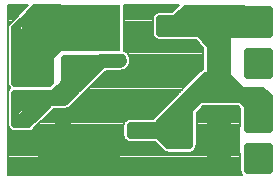
<source format=gtl>
G04 DipTrace Beta 2.3.5.2*
%INBuckYeah.GTL*%
%MOIN*%
%ADD14C,0.027*%
%ADD16C,0.045*%
%ADD21C,0.007*%
%ADD31R,0.2756X0.1575*%
%ADD33R,0.0827X0.1693*%
%FSLAX44Y44*%
G04*
G70*
G90*
G75*
G01*
%LNTop*%
%LPD*%
X6110Y5700D2*
D14*
X6400D1*
X6690D2*
X6400D1*
X7213Y4226D2*
Y4887D1*
X6775Y5325D1*
X6650Y5450D1*
X6400Y5700D1*
X5250Y5125D2*
Y4900D1*
Y5350D1*
Y4900D2*
X5600D1*
X6400Y5700D1*
X5250Y5350D2*
X5760D1*
X6110Y5700D1*
X5250Y5125D2*
X5535D1*
X6110Y5700D1*
X5250Y5125D2*
Y5350D1*
X6690Y5700D2*
X6697D1*
X7147Y5250D1*
X7325Y5072D1*
Y4338D1*
X7213Y4226D1*
X5250Y5350D2*
X6400Y5325D1*
X6775D1*
X6400Y5700D2*
Y5325D1*
X8525Y5650D2*
X8175D1*
X8875D2*
X8525D1*
X8175Y5250D2*
X8525D1*
X8875D2*
X8525D1*
X8875Y4875D2*
X8525D1*
X8175D2*
X8525D1*
X8175D2*
Y5250D1*
Y5650D2*
Y5250D1*
X8525Y5650D2*
Y5450D1*
Y5250D1*
Y4875D2*
Y5250D1*
X8875Y4875D2*
Y5650D1*
Y5600D1*
X8525Y5250D1*
X8175Y5650D2*
Y5600D1*
X8525Y5250D1*
X8175Y4875D2*
X8329Y5029D1*
X8304D1*
X8525Y5250D1*
X8875Y4875D2*
Y4900D1*
X8525Y5250D1*
X6690Y5700D2*
X8025D1*
X8075Y5650D1*
X8175D1*
Y5250D2*
X7147D1*
X8175Y4875D2*
X7522D1*
X7325Y5072D1*
X6650Y5450D2*
X8525D1*
X7213Y4226D2*
Y4808D1*
X7401Y4996D1*
X7325Y5072D1*
X7368Y5029D1*
X8304D1*
X6800Y2950D2*
X6450D1*
X6275D1*
Y2700D1*
X6600D1*
X6950D2*
X6600D1*
X6950D2*
Y2800D1*
X7275Y3125D1*
Y3380D1*
Y4288D1*
X7213Y4226D1*
X6800Y2950D2*
X7025Y3175D1*
Y3408D1*
Y4038D1*
X7213Y4226D1*
X6600Y2700D2*
X7175D1*
X7475Y3000D1*
Y3156D1*
Y3220D1*
Y3965D1*
X7213Y4226D1*
X3275Y4050D2*
X3625D1*
X4000D1*
X425Y2637D2*
X775D1*
X1125D2*
X775D1*
X425Y2237D2*
Y2637D1*
Y1862D2*
Y2237D1*
X775Y1862D2*
X425D1*
X775D2*
Y2237D1*
X1125Y2637D2*
Y2237D1*
X775D1*
X425Y1862D2*
Y1887D1*
X775Y2237D1*
Y2637D1*
X425Y2237D2*
Y2257D1*
X806Y2637D1*
X775D1*
Y2237D2*
Y2287D1*
X1125Y2637D1*
X1362D1*
D16*
X1425Y2700D1*
X1598D1*
X1700D1*
X2050D1*
X2430Y3080D1*
X2574Y3224D1*
X2715Y3365D1*
X3325Y3975D1*
X3925D1*
D14*
X4000Y4050D1*
X1125Y2237D2*
X1237D1*
X1700Y2700D1*
X775Y1862D2*
Y1887D1*
X1125Y2237D1*
X1237D2*
X862Y1862D1*
X775D1*
X2075Y3375D2*
Y3700D1*
Y4025D1*
X5525Y1150D2*
X5875D1*
X6225D1*
Y2325D1*
X6600Y2700D1*
X5875Y1150D2*
Y1225D1*
X6025Y1375D1*
Y2450D1*
X6275Y2700D1*
X5525Y1150D2*
Y1175D1*
X5727Y1377D1*
X5825Y1475D1*
Y1832D1*
Y2500D1*
X6275Y2950D1*
X8875Y2475D2*
X8525D1*
X8175D2*
X8525D1*
X8175Y2075D2*
Y2475D1*
Y1700D2*
Y2075D1*
Y1700D2*
X8525D1*
X8875D1*
Y2075D1*
Y2475D1*
X8525D2*
Y2075D1*
Y1700D2*
Y2075D1*
X8875Y1700D2*
Y1775D1*
X8175Y2475D1*
Y1700D2*
Y1775D1*
X8875Y2475D1*
X8175Y2075D2*
X8875D1*
X6950Y2700D2*
X7950D1*
X8175Y2475D1*
X6800Y2950D2*
X7873D1*
X7986D1*
X8046D1*
X8250D1*
X8475Y2725D1*
Y2525D1*
X8525Y2475D1*
X7475Y3220D2*
X7602D1*
X7873Y2950D1*
X8875Y2475D2*
Y2750D1*
X8650Y2975D1*
X8477D1*
X7656D1*
X7475Y3156D1*
X8477Y2975D2*
Y2898D1*
X8675Y2700D1*
Y2675D1*
X8875Y2475D1*
X8525D2*
X8521D1*
X8046Y2950D1*
X6450D2*
X6567D1*
X7025Y3408D1*
X7213Y4226D2*
Y3723D1*
X7986Y2950D1*
X6275D2*
X6800Y3475D1*
X7180D1*
X7275Y3380D1*
X6275Y2700D2*
X6550D1*
X6800Y2950D1*
X6950Y2700D2*
X6700D1*
X6450Y2950D1*
X2075Y4025D2*
X3250D1*
X3275Y4050D1*
X2075Y3375D2*
X2050Y3195D1*
Y2700D1*
X2075Y4025D2*
Y4004D1*
X2715Y3365D1*
X2075Y3700D2*
X2099D1*
X2574Y3224D1*
X2075Y3375D2*
X2135D1*
X2430Y3080D1*
X2075Y3700D2*
X2675D1*
X2825Y3850D1*
X2250D1*
X2075Y4025D1*
X1700Y2700D2*
Y2844D1*
X2050Y3195D1*
X5250Y4900D2*
X6540D1*
X7213Y4226D1*
X5250Y5125D2*
X6800D1*
Y4640D1*
X7213Y4226D1*
X425Y2637D2*
Y2875D1*
X1423D1*
X1598Y2700D1*
X1423Y2875D2*
X1875D1*
X2050Y2700D1*
X7213Y4226D2*
Y4346D1*
X6660Y4900D1*
X6540D1*
X4270Y1790D2*
Y1500D1*
X4578D1*
X4749D1*
X5029D1*
X5175D1*
X5275Y1400D1*
X5525Y1150D1*
X4270Y1790D2*
X4580D1*
X4771D1*
X5067D1*
X5235D1*
X5555Y1470D1*
X5875Y1150D1*
X5275Y1400D2*
Y1583D1*
X5067Y1790D1*
X5029Y1500D2*
Y1532D1*
X4771Y1790D1*
X4749Y1500D2*
Y1621D1*
X4580Y1790D1*
X4578Y1500D2*
X4560D1*
X4270Y1790D1*
X5235D2*
Y1910D1*
X5421Y2096D1*
X5552Y2227D1*
X5825Y2500D1*
X5235Y1790D2*
X5654D1*
X5727D1*
X5783D1*
X5825Y1832D1*
X5727Y1377D2*
Y2052D1*
X5552Y2227D1*
X5421Y2096D2*
Y2023D1*
X5654Y1790D1*
X5555Y1470D2*
Y1617D1*
X5727Y1790D1*
X8175Y325D2*
Y700D1*
Y1100D1*
X8525D1*
X8875D2*
X8525D1*
X8875D2*
Y700D1*
Y325D2*
Y700D1*
Y325D2*
X8525D1*
X8175D2*
X8525D1*
X8175D2*
Y400D1*
X8875Y1100D1*
X8175D2*
Y1025D1*
X8875Y325D1*
X8175Y700D2*
X8875D1*
X8525Y1100D2*
Y325D1*
X8175Y3500D2*
X8875D1*
Y4275D1*
X8236D1*
X8175D1*
Y3500D1*
Y3875D2*
X8875D1*
Y3500D2*
Y3636D1*
X8236Y4275D1*
X8175Y3500D2*
Y3575D1*
X8875Y4275D1*
X8525D2*
Y3500D1*
X8875D2*
D3*
X8525D2*
Y3525D1*
X8875Y3875D1*
X1575Y3250D2*
Y3600D1*
Y3900D1*
Y4025D1*
X1525D1*
X2550Y5050D1*
X425Y4012D2*
X775D1*
X1125D2*
X896D1*
X775D1*
X425Y3612D2*
X441D1*
X732D1*
X775D1*
X1125D1*
X425Y3237D2*
X775D1*
X1125D1*
X1562D1*
X1575Y3250D1*
X425Y3612D2*
X775D1*
X1125D2*
X1563D1*
X1575Y3600D1*
X1125Y4012D2*
X1451D1*
X1507Y3957D1*
X1575Y4025D1*
X425Y4012D2*
Y3612D1*
Y3237D2*
Y3612D1*
X775Y3237D2*
Y3612D1*
Y4012D1*
X1125Y3612D2*
Y4012D1*
Y3237D2*
Y3612D1*
Y3237D2*
X1212D1*
X1575Y3600D1*
X775Y3237D2*
Y3262D1*
X1125Y3612D1*
X425Y3237D2*
Y3305D1*
X732Y3612D1*
X441D2*
Y3679D1*
X577Y3815D1*
X775Y4012D1*
Y3612D2*
Y3662D1*
X1125Y4012D1*
Y3612D2*
X1162D1*
X1575Y4025D1*
X1125Y3612D2*
X1287D1*
X1575Y3900D1*
X1125Y3237D2*
Y3450D1*
X1575Y3900D1*
X425Y4012D2*
Y4650D1*
X553Y4778D1*
X775Y5000D1*
X957D1*
X1202D1*
X2500D1*
X2550Y5050D1*
X775Y4012D2*
Y4500D1*
X925Y4650D1*
X2150D1*
X2550Y5050D1*
X1125Y4012D2*
Y4350D1*
X1405D1*
X1460D1*
X1850D1*
X2550Y5050D1*
X775Y3617D2*
X577Y3815D1*
X553Y4778D2*
Y4235D1*
X775Y4012D1*
X925Y4650D2*
X800D1*
X725Y4725D1*
X927D1*
X1202Y5000D1*
X775D2*
X1025Y4750D1*
X925Y4650D1*
X896Y4012D2*
Y4235D1*
X1125Y4465D1*
Y4350D1*
X1175Y4400D1*
X925Y4650D1*
X1507Y3957D2*
Y4249D1*
X1405Y4350D1*
X1125Y4012D2*
Y4015D1*
X1460Y4350D1*
X775Y5000D2*
Y5200D1*
Y5400D1*
X1100Y5725D1*
X1875D1*
X2550Y5050D1*
X425Y4650D2*
X500Y4725D1*
Y5125D1*
X775Y5400D1*
X425Y4012D2*
Y5050D1*
X500Y5125D1*
X957Y5000D2*
Y5082D1*
X1100Y5225D1*
X2375D1*
X2550Y5050D1*
X1600D1*
X1113Y5537D1*
X775Y5200D1*
X1900Y2250D2*
X2140D1*
Y2240D1*
X1890Y1940D2*
Y2250D1*
X1900D1*
X2160Y1950D2*
Y2240D1*
X2140D1*
X1890Y1940D2*
X2160D1*
Y1950D1*
X1890Y1940D2*
X2140Y2190D1*
Y2240D1*
X3450Y2600D2*
X3800D1*
X4150D1*
X4500D1*
X4850D1*
X5200D1*
X4150D3*
X3450D3*
X3800D3*
X6110Y5700D3*
X6400D3*
X6690D3*
X4150D3*
X4450D3*
X4750D3*
X5050D3*
X2075Y4025D3*
X4500Y2600D3*
X4850D3*
X1900Y2250D3*
X2140Y2240D3*
X1890Y1940D3*
X2160Y1950D3*
X1575Y3250D3*
Y3600D3*
X2075Y3700D3*
X1575Y4025D3*
X775Y3612D3*
X425Y4012D3*
Y3612D3*
Y3237D3*
X775D3*
X1125D3*
Y3612D3*
Y4012D3*
X775D3*
X6800Y2950D3*
X6450D3*
X6275Y2700D3*
X6600D3*
X6950D3*
X3275Y4050D3*
X3625D3*
X4000D3*
X2075Y3375D3*
X775Y2237D3*
X425Y2637D3*
Y2237D3*
Y1862D3*
X775D3*
X8525Y700D3*
X1125Y2237D3*
Y2637D3*
X775D3*
X8175Y1100D3*
Y700D3*
Y325D3*
X8525D3*
X8875D3*
Y700D3*
Y1100D3*
X8525D3*
Y2075D3*
X8175Y2475D3*
Y2075D3*
Y1700D3*
X8525D3*
X8875D3*
Y2075D3*
Y2475D3*
X8525D3*
Y3875D3*
X8175Y4275D3*
Y3875D3*
Y3500D3*
X8525D3*
X8875D3*
Y3875D3*
Y4275D3*
X8525D3*
Y5250D3*
X8175Y5650D3*
Y5250D3*
Y4875D3*
X8525D3*
X8875D3*
Y5250D3*
Y5650D3*
X8525D3*
X5250Y5350D3*
X5200Y2600D3*
X5250Y4900D3*
Y5125D3*
X5525Y1150D3*
X5875D3*
X6225D3*
X4270Y1790D3*
Y1500D3*
X182Y5756D2*
D21*
X781D1*
X4042D2*
X5817D1*
X182Y5688D2*
X712D1*
X4042D2*
X5748D1*
X182Y5619D2*
X643D1*
X4042D2*
X5679D1*
X182Y5550D2*
X575D1*
X4042D2*
X5106D1*
X182Y5482D2*
X507D1*
X4042D2*
X5039D1*
X182Y5413D2*
X438D1*
X4042D2*
X5008D1*
X182Y5344D2*
X369D1*
X4042D2*
X5001D1*
X182Y5275D2*
X300D1*
X4042D2*
X5001D1*
X182Y5207D2*
X233D1*
X4042D2*
X5001D1*
X4042Y5138D2*
X5001D1*
X4042Y5069D2*
X5001D1*
X4042Y5001D2*
X5001D1*
X4042Y4932D2*
X5001D1*
X4042Y4863D2*
X5003D1*
X4042Y4795D2*
X5025D1*
X4042Y4726D2*
X5074D1*
X4042Y4657D2*
X6432D1*
X4042Y4589D2*
X6500D1*
X4042Y4520D2*
X6569D1*
X4042Y4451D2*
X6638D1*
X4042Y4383D2*
X6685D1*
X4042Y4314D2*
X6685D1*
X4151Y4245D2*
X6685D1*
X4214Y4176D2*
X6685D1*
X4243Y4108D2*
X6685D1*
X4259Y4039D2*
X6685D1*
X4264Y3970D2*
X6685D1*
X4257Y3902D2*
X6685D1*
X4233Y3833D2*
X6685D1*
X4189Y3764D2*
X6685D1*
X4112Y3696D2*
X6685D1*
X3454Y3627D2*
X6602D1*
X3386Y3558D2*
X6533D1*
X3317Y3490D2*
X6464D1*
X3248Y3421D2*
X6395D1*
X3179Y3352D2*
X6327D1*
X3111Y3284D2*
X6259D1*
X3043Y3215D2*
X6190D1*
X2974Y3146D2*
X6121D1*
X182Y3077D2*
X235D1*
X2905D2*
X6052D1*
X2836Y3009D2*
X5984D1*
X2767Y2940D2*
X5915D1*
X2699Y2871D2*
X5846D1*
X2630Y2803D2*
X5777D1*
X2561Y2734D2*
X5708D1*
X2493Y2665D2*
X5641D1*
X2424Y2597D2*
X5572D1*
X2356Y2528D2*
X5503D1*
X2287Y2459D2*
X5434D1*
X2180Y2391D2*
X5365D1*
X6641D2*
X7909D1*
X1671Y2322D2*
X5297D1*
X6572D2*
X7925D1*
X1603Y2253D2*
X5228D1*
X6503D2*
X7925D1*
X1534Y2185D2*
X5159D1*
X6475D2*
X7925D1*
X1466Y2116D2*
X5090D1*
X6475D2*
X7925D1*
X1397Y2047D2*
X5028D1*
X6475D2*
X7925D1*
X1328Y1978D2*
X4110D1*
X6475D2*
X7925D1*
X1260Y1910D2*
X4052D1*
X6475D2*
X7925D1*
X1191Y1841D2*
X4026D1*
X6475D2*
X7925D1*
X1122Y1772D2*
X4021D1*
X6475D2*
X7888D1*
X182Y1704D2*
X234D1*
X1053D2*
X4021D1*
X6475D2*
X7888D1*
X182Y1635D2*
X334D1*
X954D2*
X4021D1*
X6475D2*
X7888D1*
X182Y1566D2*
X4021D1*
X6475D2*
X7888D1*
X182Y1498D2*
X4021D1*
X6475D2*
X7888D1*
X182Y1429D2*
X4031D1*
X6475D2*
X7888D1*
X182Y1360D2*
X4064D1*
X6475D2*
X7888D1*
X182Y1292D2*
X4139D1*
X6475D2*
X7888D1*
X182Y1223D2*
X5101D1*
X6475D2*
X7888D1*
X182Y1154D2*
X5170D1*
X6475D2*
X7888D1*
X182Y1086D2*
X5239D1*
X6466D2*
X7888D1*
X182Y1017D2*
X5308D1*
X6434D2*
X7888D1*
X182Y948D2*
X5384D1*
X6367D2*
X7888D1*
X182Y879D2*
X7925D1*
X182Y811D2*
X7925D1*
X182Y742D2*
X7925D1*
X182Y673D2*
X7925D1*
X182Y605D2*
X7925D1*
X182Y536D2*
X7925D1*
X182Y467D2*
X7925D1*
X182Y399D2*
X7925D1*
X182Y330D2*
X7925D1*
X182Y261D2*
X7934D1*
X182Y193D2*
X7965D1*
X4036Y5826D2*
Y4290D1*
X4079Y4279D1*
X4111Y4266D1*
X4141Y4247D1*
X4168Y4225D1*
X4192Y4199D1*
X4211Y4170D1*
X4226Y4138D1*
X4238Y4096D1*
X4251Y4042D1*
X4256Y4008D1*
X4258Y3973D1*
X4256Y3938D1*
X4250Y3903D1*
X4241Y3870D1*
X4228Y3837D1*
X4212Y3806D1*
X4192Y3777D1*
X4170Y3750D1*
X4145Y3725D1*
X4118Y3704D1*
X4088Y3685D1*
X4057Y3669D1*
X4024Y3657D1*
X3990Y3649D1*
X3925Y3642D1*
X3461Y3641D1*
X2285Y2465D1*
X2259Y2441D1*
X2231Y2421D1*
X2201Y2403D1*
X2169Y2389D1*
X2135Y2378D1*
X2101Y2371D1*
X2050Y2367D1*
X1710D1*
X1034Y1691D1*
X1007Y1668D1*
X978Y1649D1*
X946Y1635D1*
X912Y1625D1*
X890Y1621D1*
X775Y1620D1*
X425D1*
X390Y1622D1*
X356Y1630D1*
X323Y1642D1*
X293Y1659D1*
X265Y1680D1*
X240Y1705D1*
X220Y1733D1*
X203Y1764D1*
X191Y1797D1*
X184Y1831D1*
X182Y1871D1*
X175Y1870D1*
Y175D1*
X7983D1*
X7953Y227D1*
X7941Y259D1*
X7934Y294D1*
X7932Y325D1*
Y896D1*
X7895Y895D1*
Y1805D1*
X7932D1*
Y2374D1*
X7849Y2457D1*
X6700D1*
X6549Y2306D1*
X6468Y2224D1*
Y1150D1*
X6465Y1115D1*
X6458Y1081D1*
X6445Y1048D1*
X6429Y1018D1*
X6407Y990D1*
X6383Y965D1*
X6354Y945D1*
X6323Y928D1*
X6291Y916D1*
X6256Y909D1*
X6225Y907D1*
X5525D1*
X5490Y910D1*
X5456Y917D1*
X5423Y930D1*
X5393Y946D1*
X5353Y978D1*
X5074Y1257D1*
X4270D1*
X4235Y1260D1*
X4201Y1267D1*
X4168Y1280D1*
X4138Y1296D1*
X4110Y1318D1*
X4085Y1342D1*
X4065Y1371D1*
X4048Y1402D1*
X4036Y1434D1*
X4029Y1469D1*
X4027Y1500D1*
Y1790D1*
X4030Y1825D1*
X4037Y1859D1*
X4050Y1892D1*
X4066Y1922D1*
X4088Y1950D1*
X4112Y1975D1*
X4141Y1995D1*
X4172Y2012D1*
X4204Y2024D1*
X4239Y2031D1*
X4305Y2033D1*
X5026D1*
X5053Y2071D1*
X5250Y2268D1*
X6628Y3647D1*
X6655Y3670D1*
X6675Y3683D1*
X6692Y3727D1*
Y4404D1*
X6439Y4657D1*
X5250D1*
X5215Y4660D1*
X5181Y4667D1*
X5148Y4680D1*
X5118Y4696D1*
X5090Y4718D1*
X5065Y4742D1*
X5045Y4771D1*
X5028Y4802D1*
X5016Y4834D1*
X5009Y4869D1*
X5007Y4900D1*
Y5350D1*
X5010Y5385D1*
X5017Y5419D1*
X5030Y5452D1*
X5046Y5482D1*
X5068Y5510D1*
X5092Y5535D1*
X5121Y5555D1*
X5152Y5572D1*
X5184Y5584D1*
X5219Y5591D1*
X5250Y5593D1*
X5660Y5594D1*
X5890Y5825D1*
X4036D1*
X182Y2272D2*
Y2875D1*
X185Y2910D1*
X192Y2944D1*
X205Y2977D1*
X221Y3007D1*
X262Y3057D1*
X238Y3083D1*
X218Y3111D1*
X202Y3142D1*
X190Y3175D1*
X184Y3210D1*
X182Y3237D1*
Y5050D1*
X185Y5085D1*
X192Y5119D1*
X205Y5152D1*
X221Y5182D1*
X235Y5201D1*
X303Y5271D1*
X856Y5825D1*
X175D1*
Y1870D1*
X182Y1897D1*
Y2272D1*
D31*
X2550Y5050D3*
Y924D3*
D33*
X7213Y1510D3*
Y4226D3*
M02*

</source>
